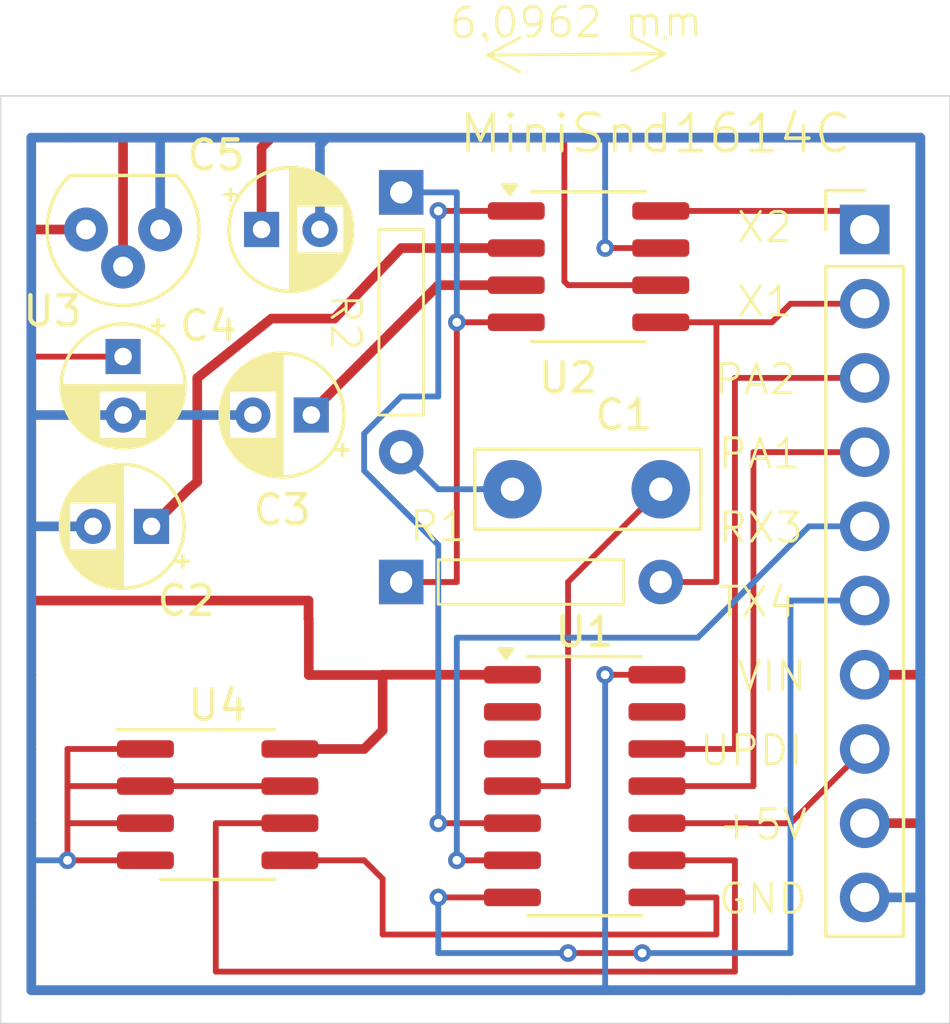
<source format=kicad_pcb>
(kicad_pcb (version 20240108) (generator "pcbnew") (generator_version "8.0")
  (layers (0 "F.Cu" signal) (31 "B.Cu" signal) (34 "B.Paste" user) (35 "F.Paste" user) (36 "B.SilkS" user "B.Silkscreen") (37 "F.SilkS" user "F.Silkscreen") (38 "B.Mask" user) (39 "F.Mask" user) (44 "Edge.Cuts" user))
  (net 0 "")
  (net 1 "Net-(C1-Pad2)")
  (net 2 "Net-(U1-PA6)")
  (net 3 "Net-(U2-FC2)")
  (net 4 "Net-(J1-Pin_10)")
  (net 5 "Net-(U2-FC1)")
  (net 6 "Net-(J1-Pin_9)")
  (net 7 "Net-(J1-Pin_7)")
  (net 8 "Net-(J1-Pin_2)")
  (net 9 "Net-(J1-Pin_1)")
  (net 10 "Net-(J1-Pin_8)")
  (net 11 "Net-(U2-Vin)")
  (net 12 "Net-(U1-PB1)")
  (net 15 "Net-(U1-PB0)")
  (net 16 "Net-(U1-PA7)")
  (net 18 "Net-(J1-Pin_4)")
  (net 19 "Net-(J1-Pin_3)")
  (net 20 "Net-(J1-Pin_6)")
  (net 21 "Net-(J1-Pin_5)")
  (footprint "Capacitor_THT:CP_Radial_D4.0mm_P2.00mm" (layer "F.Cu") (at 150.495 78.01 -90)
    (property "Reference" "C4" (at -1.048 -2.921 180) (layer "F.SilkS"))
    (property "Value" "CP_Small" (hide yes))
    (pad "1" thru_hole rect (at 0 0 270) (size 1.2 1.2) (drill 0.6) (layers "*.Cu" "*.Mask") (net 6 "Net-(J1-Pin_9)"))
    (pad "2" thru_hole circle (at 2 0 270) (size 1.2 1.2) (drill 0.6) (layers "*.Cu" "*.Mask") (net 4 "Net-(J1-Pin_10)"))
  )
  (footprint "Capacitor_THT:CP_Radial_D4.0mm_P2.00mm" (layer "F.Cu") (at 155.237401 73.66)
    (property "Reference" "C5" (at -1.567401 -2.54 0) (layer "F.SilkS"))
    (property "Value" "CP_Small" (hide yes))
    (pad "1" thru_hole rect (at 0 0) (size 1.2 1.2) (drill 0.6) (layers "*.Cu" "*.Mask") (net 7 "Net-(J1-Pin_7)"))
    (pad "2" thru_hole circle (at 2 0) (size 1.2 1.2) (drill 0.6) (layers "*.Cu" "*.Mask") (net 4 "Net-(J1-Pin_10)"))
  )
  (footprint "0_Footprint:QWSlim" (layer "F.Cu") (at 160.02 72.39 -90)
    (property "Reference" "R2" (at 4.445 1.905 -90) (layer "F.SilkS") (effects (font (thickness 0.1))))
    (property "Value" "Resistor" (hide yes))
    (pad "1" thru_hole rect (at 0 0 270) (size 1.524 1.524) (drill 0.762) (layers "*.Cu" "*.Mask") (net 11 "Net-(U2-Vin)"))
    (pad "2" thru_hole circle (at 8.89 0 270) (size 1.524 1.524) (drill 0.762) (layers "*.Cu" "*.Mask") (net 1 "Net-(C1-Pad2)"))
  )
  (footprint "Package_SO:SOIC-8_3.9x4.9mm_P1.27mm" (layer "F.Cu") (at 166.435 74.93)
    (property "Reference" "U2" (at -0.7 3.81 0) (layer "F.SilkS"))
    (property "Value" "MC34119SS" (hide yes))
    (pad "1" smd roundrect (at -2.475 -1.905) (size 1.95 0.6) (layers "F.Cu" "F.Paste" "F.Mask") (net 16 "Net-(U1-PA7)"))
    (pad "2" smd roundrect (at -2.475 -0.635) (size 1.95 0.6) (layers "F.Cu" "F.Paste" "F.Mask") (net 3 "Net-(U2-FC2)"))
    (pad "3" smd roundrect (at -2.475 0.635) (size 1.95 0.6) (layers "F.Cu" "F.Paste" "F.Mask") (net 5 "Net-(U2-FC1)"))
    (pad "4" smd roundrect (at -2.475 1.905) (size 1.95 0.6) (layers "F.Cu" "F.Paste" "F.Mask") (net 11 "Net-(U2-Vin)"))
    (pad "5" smd roundrect (at 2.475 1.905) (size 1.95 0.6) (layers "F.Cu" "F.Paste" "F.Mask") (net 8 "Net-(J1-Pin_2)"))
    (pad "6" smd roundrect (at 2.475 0.635) (size 1.95 0.6) (layers "F.Cu" "F.Paste" "F.Mask") (net 7 "Net-(J1-Pin_7)"))
    (pad "7" smd roundrect (at 2.475 -0.635) (size 1.95 0.6) (layers "F.Cu" "F.Paste" "F.Mask") (net 4 "Net-(J1-Pin_10)"))
    (pad "8" smd roundrect (at 2.475 -1.905) (size 1.95 0.6) (layers "F.Cu" "F.Paste" "F.Mask") (net 9 "Net-(J1-Pin_1)"))
  )
  (footprint "0_Footprint:C_Disc1" (layer "F.Cu") (at 168.91 82.55 180)
    (property "Reference" "C1" (at 1.27 2.54 180) (layer "F.SilkS"))
    (property "Value" "C_Disc" (hide yes))
    (pad "1" thru_hole circle (at 0 0 180) (size 2 2) (drill 0.8) (layers "*.Cu" "*.Mask") (net 2 "Net-(U1-PA6)"))
    (pad "2" thru_hole circle (at 5.08 0 180) (size 2 2) (drill 0.8) (layers "*.Cu" "*.Mask") (net 1 "Net-(C1-Pad2)"))
  )
  (footprint "0_Footprint:QWSlim" (layer "F.Cu") (at 160.02 85.725)
    (property "Reference" "R1" (at 1.27 -1.905 0) (layer "F.SilkS") (effects (font (thickness 0.1))))
    (property "Value" "Resistor" (hide yes))
    (pad "1" thru_hole rect (at 0 0) (size 1.524 1.524) (drill 0.762) (layers "*.Cu" "*.Mask") (net 11 "Net-(U2-Vin)"))
    (pad "2" thru_hole circle (at 8.89 0) (size 1.524 1.524) (drill 0.762) (layers "*.Cu" "*.Mask") (net 8 "Net-(J1-Pin_2)"))
  )
  (footprint "0_Footprint:TO-92X" (layer "F.Cu") (at 151.765 73.66 180)
    (property "Reference" "U3" (at 3.683 -2.794 0) (layer "F.SilkS"))
    (property "Value" "MCP1702-5" (hide yes))
    (pad "1" thru_hole circle (at 0 0 180) (size 1.5 1.5) (drill 0.68) (layers "*.Cu" "*.Mask") (net 4 "Net-(J1-Pin_10)"))
    (pad "2" thru_hole circle (at 1.27 -1.27 180) (size 1.5 1.5) (drill 0.68) (layers "*.Cu" "*.Mask") (net 7 "Net-(J1-Pin_7)"))
    (pad "3" thru_hole circle (at 2.54 0 180) (size 1.5 1.5) (drill 0.68) (layers "*.Cu" "*.Mask") (net 6 "Net-(J1-Pin_9)"))
  )
  (footprint "Capacitor_THT:CP_Radial_D4.0mm_P2.00mm" (layer "F.Cu") (at 156.94 80.01 180)
    (property "Reference" "C3" (at 1 -3.25 180) (layer "F.SilkS"))
    (property "Value" "CP_Small" (hide yes))
    (pad "1" thru_hole rect (at 0 0 180) (size 1.2 1.2) (drill 0.6) (layers "*.Cu" "*.Mask") (net 5 "Net-(U2-FC1)"))
    (pad "2" thru_hole circle (at 2 0 180) (size 1.2 1.2) (drill 0.6) (layers "*.Cu" "*.Mask") (net 4 "Net-(J1-Pin_10)"))
  )
  (footprint "Connector_PinHeader_2.54mm:PinHeader_1x10_P2.54mm_Vertical" (layer "F.Cu") (at 175.895 73.66)
    (property "Reference" "J1" (hide yes))
    (property "Value" "Conn_01x10_MaleP" (hide yes))
    (pad "1" thru_hole rect (at 0 0) (size 1.7 1.7) (drill 1) (layers "*.Cu" "*.Mask") (net 9 "Net-(J1-Pin_1)"))
    (pad "2" thru_hole oval (at 0 2.54) (size 1.7 1.7) (drill 1) (layers "*.Cu" "*.Mask") (net 8 "Net-(J1-Pin_2)"))
    (pad "3" thru_hole oval (at 0 5.08) (size 1.7 1.7) (drill 1) (layers "*.Cu" "*.Mask") (net 19 "Net-(J1-Pin_3)"))
    (pad "4" thru_hole oval (at 0 7.62) (size 1.7 1.7) (drill 1) (layers "*.Cu" "*.Mask") (net 18 "Net-(J1-Pin_4)"))
    (pad "5" thru_hole oval (at 0 10.16) (size 1.7 1.7) (drill 1) (layers "*.Cu" "*.Mask") (net 21 "Net-(J1-Pin_5)"))
    (pad "6" thru_hole oval (at 0 12.7) (size 1.7 1.7) (drill 1) (layers "*.Cu" "*.Mask") (net 20 "Net-(J1-Pin_6)"))
    (pad "7" thru_hole oval (at 0 15.24) (size 1.7 1.7) (drill 1) (layers "*.Cu" "*.Mask") (net 7 "Net-(J1-Pin_7)"))
    (pad "8" thru_hole oval (at 0 17.78) (size 1.7 1.7) (drill 1) (layers "*.Cu" "*.Mask") (net 10 "Net-(J1-Pin_8)"))
    (pad "9" thru_hole oval (at 0 20.32) (size 1.7 1.7) (drill 1) (layers "*.Cu" "*.Mask") (net 6 "Net-(J1-Pin_9)"))
    (pad "10" thru_hole oval (at 0 22.86) (size 1.7 1.7) (drill 1) (layers "*.Cu" "*.Mask") (net 4 "Net-(J1-Pin_10)"))
  )
  (footprint "Package_SO:SOIC-14_3.9x8.7mm_P1.27mm" (layer "F.Cu") (at 166.305 92.71)
    (property "Reference" "U1" (at 0 -5.28 0) (layer "F.SilkS"))
    (property "Value" "ATtiny1614ss" (hide yes))
    (pad "1" smd roundrect (at -2.475 -3.81) (size 1.95 0.6) (layers "F.Cu" "F.Paste" "F.Mask") (net 6 "Net-(J1-Pin_9)"))
    (pad "2" smd roundrect (at -2.475 -2.54) (size 1.95 0.6) (layers "F.Cu" "F.Paste" "F.Mask"))
    (pad "3" smd roundrect (at -2.475 -1.27) (size 1.95 0.6) (layers "F.Cu" "F.Paste" "F.Mask"))
    (pad "4" smd roundrect (at -2.475 0) (size 1.95 0.6) (layers "F.Cu" "F.Paste" "F.Mask") (net 2 "Net-(U1-PA6)"))
    (pad "5" smd roundrect (at -2.475 1.27) (size 1.95 0.6) (layers "F.Cu" "F.Paste" "F.Mask") (net 16 "Net-(U1-PA7)"))
    (pad "6" smd roundrect (at -2.475 2.54) (size 1.95 0.6) (layers "F.Cu" "F.Paste" "F.Mask") (net 21 "Net-(J1-Pin_5)"))
    (pad "7" smd roundrect (at -2.475 3.81) (size 1.95 0.6) (layers "F.Cu" "F.Paste" "F.Mask") (net 20 "Net-(J1-Pin_6)"))
    (pad "8" smd roundrect (at 2.475 3.81) (size 1.95 0.6) (layers "F.Cu" "F.Paste" "F.Mask") (net 12 "Net-(U1-PB1)"))
    (pad "9" smd roundrect (at 2.475 2.54) (size 1.95 0.6) (layers "F.Cu" "F.Paste" "F.Mask") (net 15 "Net-(U1-PB0)"))
    (pad "10" smd roundrect (at 2.475 1.27) (size 1.95 0.6) (layers "F.Cu" "F.Paste" "F.Mask") (net 10 "Net-(J1-Pin_8)"))
    (pad "11" smd roundrect (at 2.475 0) (size 1.95 0.6) (layers "F.Cu" "F.Paste" "F.Mask") (net 18 "Net-(J1-Pin_4)"))
    (pad "12" smd roundrect (at 2.475 -1.27) (size 1.95 0.6) (layers "F.Cu" "F.Paste" "F.Mask") (net 19 "Net-(J1-Pin_3)"))
    (pad "13" smd roundrect (at 2.475 -2.54) (size 1.95 0.6) (layers "F.Cu" "F.Paste" "F.Mask"))
    (pad "14" smd roundrect (at 2.475 -3.81) (size 1.95 0.6) (layers "F.Cu" "F.Paste" "F.Mask") (net 4 "Net-(J1-Pin_10)"))
  )
  (footprint "Capacitor_THT:CP_Radial_D4.0mm_P2.00mm" (layer "F.Cu") (at 151.4676 83.82 180)
    (property "Reference" "C2" (at -1.1864 -2.54 180) (layer "F.SilkS"))
    (property "Value" "CP_Small" (hide yes))
    (pad "1" thru_hole rect (at 0 0 180) (size 1.2 1.2) (drill 0.6) (layers "*.Cu" "*.Mask") (net 3 "Net-(U2-FC2)"))
    (pad "2" thru_hole circle (at 2 0 180) (size 1.2 1.2) (drill 0.6) (layers "*.Cu" "*.Mask") (net 4 "Net-(J1-Pin_10)"))
  )
  (footprint "0_Footprint:SOIC-8-L" (layer "F.Cu") (at 153.735 92.71)
    (property "Reference" "U4" (at 0 -2.765 0) (layer "F.SilkS"))
    (property "Value" "~")
    (pad "1" smd roundrect (at -2.475 -1.27) (size 1.95 0.6) (layers "F.Cu" "F.Paste" "F.Mask") (net 4 "Net-(J1-Pin_10)"))
    (pad "2" smd roundrect (at -2.475 0) (size 1.95 0.6) (layers "F.Cu" "F.Paste" "F.Mask") (net 4 "Net-(J1-Pin_10)"))
    (pad "3" smd roundrect (at -2.475 1.27) (size 1.95 0.6) (layers "F.Cu" "F.Paste" "F.Mask") (net 4 "Net-(J1-Pin_10)"))
    (pad "4" smd roundrect (at -2.475 2.54) (size 1.95 0.6) (layers "F.Cu" "F.Paste" "F.Mask") (net 4 "Net-(J1-Pin_10)"))
    (pad "5" smd roundrect (at 2.475 2.54) (size 1.95 0.6) (layers "F.Cu" "F.Paste" "F.Mask") (net 12 "Net-(U1-PB1)"))
    (pad "6" smd roundrect (at 2.475 1.27) (size 1.95 0.6) (layers "F.Cu" "F.Paste" "F.Mask") (net 15 "Net-(U1-PB0)"))
    (pad "7" smd roundrect (at 2.475 0) (size 1.95 0.6) (layers "F.Cu" "F.Paste" "F.Mask") (net 4 "Net-(J1-Pin_10)"))
    (pad "8" smd roundrect (at 2.475 -1.27) (size 1.95 0.6) (layers "F.Cu" "F.Paste" "F.Mask") (net 6 "Net-(J1-Pin_9)"))
  )
  (gr_line (start 178.816 69.088) (end 178.816 100.838) (stroke (width 0.05)) (layer "Edge.Cuts"))
  (gr_line (start 146.304 69.088) (end 178.816 69.088) (stroke (width 0.05)) (layer "Edge.Cuts"))
  (gr_line (start 146.304 100.838) (end 146.304 69.088) (stroke (width 0.05)) (layer "Edge.Cuts"))
  (gr_line (start 178.816 100.838) (end 146.304 100.838) (stroke (width 0.05)) (layer "Edge.Cuts"))
  (gr_text "PA2" (at 170.688 79.375 0) (layer "F.SilkS") (effects (font (size 1 1) (thickness 0.1)) (justify left bottom)))
  (gr_text "VIN" (at 171.45 89.535 0) (layer "F.SilkS") (effects (font (size 1 1) (thickness 0.1)) (justify left bottom)))
  (gr_text "TX4" (at 170.815 86.995 0) (layer "F.SilkS") (effects (font (size 1 1) (thickness 0.1)) (justify left bottom)))
  (gr_text "UPDI" (at 170.18 92.075 0) (layer "F.SilkS") (effects (font (size 1 1) (thickness 0.1)) (justify left bottom)))
  (gr_text "MiniSnd1614C" (at 161.925 71.12 0) (layer "F.SilkS") (effects (font (size 1.27 1.27) (thickness 0.127)) (justify left bottom)))
  (gr_text "X1" (at 171.45 76.708 0) (layer "F.SilkS") (effects (font (size 1 1) (thickness 0.1)) (justify left bottom)))
  (gr_text "X2" (at 171.45 74.168 0) (layer "F.SilkS") (effects (font (size 1 1) (thickness 0.1)) (justify left bottom)))
  (gr_text "GND" (at 170.815 97.155 0) (layer "F.SilkS") (effects (font (size 1 1) (thickness 0.1)) (justify left bottom)))
  (gr_text "RX3" (at 170.815 84.455 0) (layer "F.SilkS") (effects (font (size 1 1) (thickness 0.1)) (justify left bottom)))
  (gr_text "PA1" (at 170.815 81.915 0) (layer "F.SilkS") (effects (font (size 1 1) (thickness 0.1)) (justify left bottom)))
  (gr_text "+5V" (at 170.815 94.615 0) (layer "F.SilkS") (effects (font (size 1 1) (thickness 0.1)) (justify left bottom)))
  (dimension (type aligned) (layer "F.SilkS") (pts (xy 162.9664 67.691) (xy 169.0624 67.6402)) (height 0) (gr_text "0.2400 in" (at 166.005234 66.565638 0.4774537773) (layer "F.SilkS") (effects (font (size 1 1) (thickness 0.1)))) (format (prefix "") (suffix "") (units 3) (units_format 1) (precision 4)) (style (thickness 0.1) (arrow_length 1.27) (text_position_mode 0) (extension_height 0.58642) (extension_offset 0.5) keep_text_aligned))
  (segment (start 161.29 82.55) (end 163.83 82.55) (width 0.2) (layer "B.Cu") (net 1))
  (segment (start 160.02 81.28) (end 161.29 82.55) (width 0.2) (layer "B.Cu") (net 1))
  (segment (start 163.83 92.71) (end 165.735 92.71) (width 0.2) (layer "F.Cu") (net 2))
  (segment (start 165.735 85.725) (end 168.91 82.55) (width 0.2) (layer "F.Cu") (net 2))
  (segment (start 165.735 92.71) (end 165.735 85.725) (width 0.2) (layer "F.Cu") (net 2))
  (segment (start 151.4676 83.82) (end 152.7376 82.55) (width 0.3302) (layer "F.Cu") (net 3))
  (segment (start 152.7376 82.55) (end 153.035 82.296) (width 0.3302) (layer "F.Cu") (net 3))
  (segment (start 155.575 76.708) (end 157.734 76.708) (width 0.3302) (layer "F.Cu") (net 3))
  (segment (start 153.035 78.74) (end 155.575 76.708) (width 0.3302) (layer "F.Cu") (net 3))
  (segment (start 160.02 74.295) (end 163.96 74.295) (width 0.3302) (layer "F.Cu") (net 3))
  (segment (start 153.035 82.296) (end 153.035 78.74) (width 0.3302) (layer "F.Cu") (net 3))
  (segment (start 157.734 76.708) (end 160.02 74.295) (width 0.3302) (layer "F.Cu") (net 3))
  (segment (start 168.78 88.9) (end 167.005 88.9) (width 0.2) (layer "F.Cu") (net 4))
  (segment (start 151.26 91.44) (end 148.59 91.44) (width 0.2) (layer "F.Cu") (net 4))
  (segment (start 148.59 92.71) (end 148.59 93.98) (width 0.2) (layer "F.Cu") (net 4))
  (segment (start 168.91 74.295) (end 167.005 74.295) (width 0.2) (layer "F.Cu") (net 4))
  (segment (start 151.26 93.98) (end 148.59 93.98) (width 0.2) (layer "F.Cu") (net 4))
  (segment (start 148.59 95.25) (end 151.26 95.25) (width 0.2) (layer "F.Cu") (net 4))
  (segment (start 148.59 91.44) (end 148.59 92.71) (width 0.2) (layer "F.Cu") (net 4))
  (segment (start 151.26 92.71) (end 148.59 92.71) (width 0.2) (layer "F.Cu") (net 4))
  (segment (start 148.59 93.98) (end 148.59 95.25) (width 0.2) (layer "F.Cu") (net 4))
  (segment (start 151.26 92.71) (end 156.21 92.71) (width 0.2) (layer "F.Cu") (net 4))
  (via (at 148.59 95.25) (size 0.6) (drill 0.3) (layers "F.Cu" "B.Cu") (net 4))
  (via (at 167.005 88.9) (size 0.6) (drill 0.3) (layers "F.Cu" "B.Cu") (net 4))
  (via (at 167.005 74.295) (size 0.6) (drill 0.3) (layers "F.Cu" "B.Cu") (net 4))
  (segment (start 173.355 99.695) (end 177.8 99.695) (width 0.3302) (layer "B.Cu") (net 4))
  (segment (start 147.3501 93.98) (end 147.3501 95.25) (width 0.3302) (layer "B.Cu") (net 4))
  (segment (start 147.3501 80.645) (end 147.3501 83.82) (width 0.3302) (layer "B.Cu") (net 4))
  (segment (start 157.48 70.5151) (end 156.845 70.5151) (width 0.3302) (layer "B.Cu") (net 4))
  (segment (start 147.3601 88.91) (end 147.3501 88.9) (width 0.3302) (layer "B.Cu") (net 4))
  (segment (start 147.3501 96.52) (end 147.3501 99.695) (width 0.3302) (layer "B.Cu") (net 4))
  (segment (start 155.575 70.5151) (end 154.305 70.5151) (width 0.3302) (layer "B.Cu") (net 4))
  (segment (start 177.8 99.695) (end 177.8 96.52) (width 0.3302) (layer "B.Cu") (net 4))
  (segment (start 147.3601 91.45) (end 147.3501 91.44) (width 0.3302) (layer "B.Cu") (net 4))
  (segment (start 175.895 96.52) (end 177.8 96.52) (width 0.3302) (layer "B.Cu") (net 4))
  (segment (start 147.3501 91.44) (end 147.3501 93.98) (width 0.3302) (layer "B.Cu") (net 4))
  (segment (start 167.005 99.695) (end 173.355 99.695) (width 0.3302) (layer "B.Cu") (net 4))
  (segment (start 147.3601 96.53) (end 147.3501 96.52) (width 0.3302) (layer "B.Cu") (net 4))
  (segment (start 167.005 74.295) (end 167.005 70.5151) (width 0.2) (layer "B.Cu") (net 4))
  (segment (start 147.3501 88.9) (end 147.3501 91.44) (width 0.3302) (layer "B.Cu") (net 4))
  (segment (start 154.94 80.01) (end 150.495 80.01) (width 0.3302) (layer "B.Cu") (net 4))
  (segment (start 151.765 70.5151) (end 148.59 70.5151) (width 0.3302) (layer "B.Cu") (net 4))
  (segment (start 147.3501 73.66) (end 147.3501 78.74) (width 0.3302) (layer "B.Cu") (net 4))
  (segment (start 157.237401 70.757699) (end 157.48 70.5151) (width 0.3302) (layer "B.Cu") (net 4))
  (segment (start 177.8 70.5151) (end 167.005 70.5151) (width 0.3302) (layer "B.Cu") (net 4))
  (segment (start 147.3501 83.82) (end 147.3501 88.9) (width 0.3302) (layer "B.Cu") (net 4))
  (segment (start 167.005 70.5151) (end 157.48 70.5151) (width 0.3302) (layer "B.Cu") (net 4))
  (segment (start 147.3501 95.25) (end 147.3501 96.52) (width 0.3302) (layer "B.Cu") (net 4))
  (segment (start 167.005 88.9) (end 167.005 99.695) (width 0.2) (layer "B.Cu") (net 4))
  (segment (start 151.765 73.66) (end 151.765 70.5151) (width 0.3302) (layer "B.Cu") (net 4))
  (segment (start 148.59 70.5151) (end 147.3501 70.5151) (width 0.3302) (layer "B.Cu") (net 4))
  (segment (start 156.845 70.5151) (end 155.575 70.5151) (width 0.3302) (layer "B.Cu") (net 4))
  (segment (start 149.4676 83.82) (end 147.3501 83.82) (width 0.3302) (layer "B.Cu") (net 4))
  (segment (start 157.237401 73.66) (end 157.237401 70.757699) (width 0.3302) (layer "B.Cu") (net 4))
  (segment (start 147.3501 80.01) (end 147.3501 80.645) (width 0.3302) (layer "B.Cu") (net 4))
  (segment (start 147.3501 70.5151) (end 147.3501 73.66) (width 0.3302) (layer "B.Cu") (net 4))
  (segment (start 147.3601 93.99) (end 147.3501 93.98) (width 0.3302) (layer "B.Cu") (net 4))
  (segment (start 147.3501 99.695) (end 167.005 99.695) (width 0.3302) (layer "B.Cu") (net 4))
  (segment (start 150.495 80.01) (end 147.3501 80.01) (width 0.3302) (layer "B.Cu") (net 4))
  (segment (start 148.59 95.25) (end 147.3501 95.25) (width 0.2) (layer "B.Cu") (net 4))
  (segment (start 177.8 96.52) (end 177.8 70.5151) (width 0.3302) (layer "B.Cu") (net 4))
  (segment (start 147.3501 78.74) (end 147.3501 80.01) (width 0.3302) (layer "B.Cu") (net 4))
  (segment (start 154.305 70.5151) (end 151.765 70.5151) (width 0.3302) (layer "B.Cu") (net 4))
  (segment (start 156.94 80.01) (end 156.94 79.915) (width 0.3302) (layer "F.Cu") (net 5))
  (segment (start 156.94 79.915) (end 161.29 75.565) (width 0.3302) (layer "F.Cu") (net 5))
  (segment (start 161.29 75.565) (end 163.96 75.565) (width 0.3302) (layer "F.Cu") (net 5))
  (segment (start 150.495 78.01) (end 147.4451 78.01) (width 0.2) (layer "F.Cu") (net 6))
  (segment (start 158.75 91.44) (end 156.21 91.44) (width 0.3302) (layer "F.Cu") (net 6))
  (segment (start 147.3501 86.36) (end 156.845 86.36) (width 0.3302) (layer "F.Cu") (net 6))
  (segment (start 147.3501 86.36) (end 147.3501 78.105) (width 0.3302) (layer "F.Cu") (net 6))
  (segment (start 177.8 93.98) (end 177.8 99.695) (width 0.3302) (layer "F.Cu") (net 6))
  (segment (start 147.3501 78.105) (end 147.3501 73.66) (width 0.3302) (layer "F.Cu") (net 6))
  (segment (start 156.855 87.005) (end 156.855 88.91) (width 0.3302) (layer "F.Cu") (net 6))
  (segment (start 147.3501 73.66) (end 149.225 73.66) (width 0.3302) (layer "F.Cu") (net 6))
  (segment (start 156.845 86.36) (end 156.845 86.995) (width 0.3302) (layer "F.Cu") (net 6))
  (segment (start 159.375 88.91) (end 159.385 88.9) (width 0.3302) (layer "F.Cu") (net 6))
  (segment (start 177.8 99.695) (end 147.3501 99.695) (width 0.3302) (layer "F.Cu") (net 6))
  (segment (start 147.3501 99.695) (end 147.3501 86.36) (width 0.3302) (layer "F.Cu") (net 6))
  (segment (start 147.4451 78.01) (end 147.3501 78.105) (width 0.2) (layer "F.Cu") (net 6))
  (segment (start 159.385 90.805) (end 158.75 91.44) (width 0.3302) (layer "F.Cu") (net 6))
  (segment (start 156.845 86.995) (end 156.855 87.005) (width 0.3302) (layer "F.Cu") (net 6))
  (segment (start 159.385 88.9) (end 159.385 90.805) (width 0.3302) (layer "F.Cu") (net 6))
  (segment (start 159.385 88.9) (end 163.83 88.9) (width 0.3302) (layer "F.Cu") (net 6))
  (segment (start 156.855 88.91) (end 159.375 88.91) (width 0.3302) (layer "F.Cu") (net 6))
  (segment (start 175.895 93.98) (end 177.8 93.98) (width 0.3302) (layer "F.Cu") (net 6))
  (segment (start 177.8 88.9) (end 177.8 70.5151) (width 0.3302) (layer "F.Cu") (net 7))
  (segment (start 165.608 70.5151) (end 155.575 70.5151) (width 0.3302) (layer "F.Cu") (net 7))
  (segment (start 155.237401 73.66) (end 155.237401 70.852699) (width 0.3302) (layer "F.Cu") (net 7))
  (segment (start 165.608 75.438) (end 165.608 70.5151) (width 0.2) (layer "F.Cu") (net 7))
  (segment (start 150.495 70.5151) (end 150.495 74.93) (width 0.3302) (layer "F.Cu") (net 7))
  (segment (start 168.91 75.565) (end 165.735 75.565) (width 0.2) (layer "F.Cu") (net 7))
  (segment (start 177.8 70.5151) (end 165.608 70.5151) (width 0.3302) (layer "F.Cu") (net 7))
  (segment (start 175.895 88.9) (end 177.8 88.9) (width 0.3302) (layer "F.Cu") (net 7))
  (segment (start 155.575 70.5151) (end 150.495 70.5151) (width 0.3302) (layer "F.Cu") (net 7))
  (segment (start 155.237401 70.852699) (end 155.575 70.5151) (width 0.3302) (layer "F.Cu") (net 7))
  (segment (start 165.735 75.565) (end 165.608 75.438) (width 0.2) (layer "F.Cu") (net 7))
  (segment (start 170.815 76.835) (end 172.72 76.835) (width 0.2) (layer "F.Cu") (net 8))
  (segment (start 173.355 76.2) (end 175.895 76.2) (width 0.2) (layer "F.Cu") (net 8))
  (segment (start 170.815 85.725) (end 168.91 85.725) (width 0.2) (layer "F.Cu") (net 8))
  (segment (start 168.91 76.835) (end 170.815 76.835) (width 0.2) (layer "F.Cu") (net 8))
  (segment (start 172.72 76.835) (end 173.355 76.2) (width 0.2) (layer "F.Cu") (net 8))
  (segment (start 170.815 76.835) (end 170.815 85.725) (width 0.2) (layer "F.Cu") (net 8))
  (segment (start 168.91 73.025) (end 175.26 73.025) (width 0.2) (layer "F.Cu") (net 9))
  (segment (start 175.26 73.025) (end 175.895 73.66) (width 0.2) (layer "F.Cu") (net 9))
  (segment (start 173.355 93.98) (end 175.895 91.44) (width 0.2) (layer "F.Cu") (net 10))
  (segment (start 168.78 93.98) (end 173.355 93.98) (width 0.2) (layer "F.Cu") (net 10))
  (segment (start 163.96 76.835) (end 161.925 76.835) (width 0.2) (layer "F.Cu") (net 11))
  (segment (start 161.925 85.725) (end 160.02 85.725) (width 0.2) (layer "F.Cu") (net 11))
  (segment (start 161.925 76.835) (end 161.925 85.725) (width 0.2) (layer "F.Cu") (net 11))
  (via (at 161.925 76.835) (size 0.6) (drill 0.3) (layers "F.Cu" "B.Cu") (net 11))
  (segment (start 161.925 72.39) (end 161.925 76.835) (width 0.2) (layer "B.Cu") (net 11))
  (segment (start 160.02 72.39) (end 161.925 72.39) (width 0.2) (layer "B.Cu") (net 11))
  (segment (start 156.21 95.25) (end 158.75 95.25) (width 0.2) (layer "F.Cu") (net 12))
  (segment (start 168.78 96.52) (end 170.815 96.52) (width 0.2) (layer "F.Cu") (net 12))
  (segment (start 159.385 95.885) (end 159.385 97.79) (width 0.2) (layer "F.Cu") (net 12))
  (segment (start 170.815 96.52) (end 170.815 97.79) (width 0.2) (layer "F.Cu") (net 12))
  (segment (start 158.75 95.25) (end 159.385 95.885) (width 0.2) (layer "F.Cu") (net 12))
  (segment (start 170.815 97.79) (end 159.385 97.79) (width 0.2) (layer "F.Cu") (net 12))
  (segment (start 153.67 93.98) (end 153.67 99.06) (width 0.2) (layer "F.Cu") (net 15))
  (segment (start 153.67 99.06) (end 171.45 99.06) (width 0.2) (layer "F.Cu") (net 15))
  (segment (start 171.45 95.25) (end 168.78 95.25) (width 0.2) (layer "F.Cu") (net 15))
  (segment (start 156.21 93.98) (end 153.67 93.98) (width 0.2) (layer "F.Cu") (net 15))
  (segment (start 171.45 99.06) (end 171.45 95.25) (width 0.2) (layer "F.Cu") (net 15))
  (segment (start 163.96 73.025) (end 161.29 73.025) (width 0.2) (layer "F.Cu") (net 16))
  (segment (start 161.29 93.98) (end 163.83 93.98) (width 0.2) (layer "F.Cu") (net 16))
  (via (at 161.29 93.98) (size 0.6) (drill 0.3) (layers "F.Cu" "B.Cu") (net 16))
  (via (at 161.29 73.025) (size 0.6) (drill 0.3) (layers "F.Cu" "B.Cu") (net 16))
  (segment (start 161.29 84.455) (end 158.75 81.915) (width 0.2) (layer "B.Cu") (net 16))
  (segment (start 158.75 81.915) (end 158.75 80.645) (width 0.2) (layer "B.Cu") (net 16))
  (segment (start 161.29 79.375) (end 161.29 73.025) (width 0.2) (layer "B.Cu") (net 16))
  (segment (start 161.29 93.98) (end 161.29 84.455) (width 0.2) (layer "B.Cu") (net 16))
  (segment (start 158.75 80.645) (end 160.02 79.375) (width 0.2) (layer "B.Cu") (net 16))
  (segment (start 160.02 79.375) (end 161.29 79.375) (width 0.2) (layer "B.Cu") (net 16))
  (segment (start 168.78 92.71) (end 172.085 92.71) (width 0.2) (layer "F.Cu") (net 18))
  (segment (start 175.895 81.28) (end 172.085 81.28) (width 0.2) (layer "F.Cu") (net 18))
  (segment (start 172.085 81.28) (end 172.085 92.71) (width 0.2) (layer "F.Cu") (net 18))
  (segment (start 171.45 91.44) (end 171.45 78.74) (width 0.2) (layer "F.Cu") (net 19))
  (segment (start 171.45 78.74) (end 175.895 78.74) (width 0.2) (layer "F.Cu") (net 19))
  (segment (start 168.78 91.44) (end 171.45 91.44) (width 0.2) (layer "F.Cu") (net 19))
  (segment (start 163.83 96.52) (end 161.29 96.52) (width 0.2) (layer "F.Cu") (net 20))
  (segment (start 165.735 98.425) (end 168.275 98.425) (width 0.2) (layer "F.Cu") (net 20))
  (via (at 168.275 98.425) (size 0.6) (drill 0.3) (layers "F.Cu" "B.Cu") (net 20))
  (via (at 161.29 96.52) (size 0.6) (drill 0.3) (layers "F.Cu" "B.Cu") (net 20))
  (via (at 165.735 98.425) (size 0.6) (drill 0.3) (layers "F.Cu" "B.Cu") (net 20))
  (segment (start 173.355 98.425) (end 173.355 86.36) (width 0.2) (layer "B.Cu") (net 20))
  (segment (start 161.29 96.52) (end 161.29 98.425) (width 0.2) (layer "B.Cu") (net 20))
  (segment (start 173.355 86.36) (end 175.895 86.36) (width 0.2) (layer "B.Cu") (net 20))
  (segment (start 168.275 98.425) (end 173.355 98.425) (width 0.2) (layer "B.Cu") (net 20))
  (segment (start 161.29 98.425) (end 165.735 98.425) (width 0.2) (layer "B.Cu") (net 20))
  (segment (start 163.83 95.25) (end 161.925 95.25) (width 0.2) (layer "F.Cu") (net 21))
  (via (at 161.925 95.25) (size 0.6) (drill 0.3) (layers "F.Cu" "B.Cu") (net 21))
  (segment (start 161.925 95.25) (end 161.925 87.63) (width 0.2) (layer "B.Cu") (net 21))
  (segment (start 161.925 87.63) (end 170.18 87.63) (width 0.2) (layer "B.Cu") (net 21))
  (segment (start 173.99 83.82) (end 175.895 83.82) (width 0.2) (layer "B.Cu") (net 21))
  (segment (start 170.18 87.63) (end 173.99 83.82) (width 0.2) (layer "B.Cu") (net 21))
)
</source>
